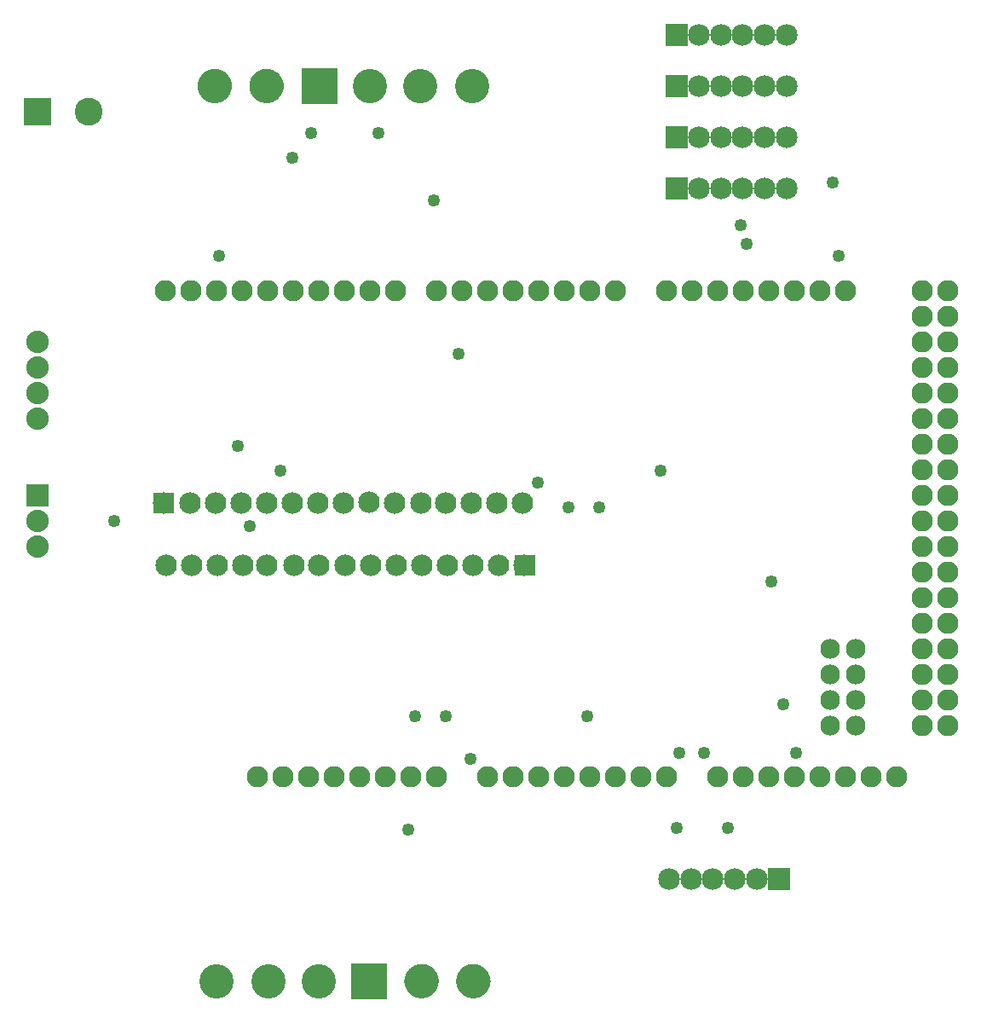
<source format=gts>
G04 MADE WITH FRITZING*
G04 WWW.FRITZING.ORG*
G04 DOUBLE SIDED*
G04 HOLES PLATED*
G04 CONTOUR ON CENTER OF CONTOUR VECTOR*
%ASAXBY*%
%FSLAX23Y23*%
%MOIN*%
%OFA0B0*%
%SFA1.0B1.0*%
%ADD10C,0.088000*%
%ADD11C,0.109055*%
%ADD12C,0.085000*%
%ADD13C,0.077278*%
%ADD14C,0.082917*%
%ADD15C,0.084000*%
%ADD16C,0.134111*%
%ADD17C,0.049370*%
%ADD18R,0.109055X0.109055*%
%ADD19R,0.088000X0.088000*%
%ADD20R,0.085000X0.085000*%
%ADD21R,0.082555X0.082555*%
%ADD22R,0.142161X0.142161*%
%ADD23R,0.001000X0.001000*%
%LNMASK1*%
G90*
G70*
G54D10*
X285Y2717D03*
X285Y2617D03*
X285Y2517D03*
X285Y2417D03*
G54D11*
X285Y3617D03*
X485Y3617D03*
G54D10*
X285Y2117D03*
X285Y2017D03*
X285Y1917D03*
G54D12*
X2785Y3317D03*
X2871Y3317D03*
X2958Y3317D03*
X3044Y3317D03*
X3130Y3317D03*
X3216Y3317D03*
X2785Y3517D03*
X2871Y3517D03*
X2958Y3517D03*
X3044Y3517D03*
X3130Y3517D03*
X3216Y3517D03*
X2785Y3917D03*
X2871Y3917D03*
X2958Y3917D03*
X3044Y3917D03*
X3130Y3917D03*
X3216Y3917D03*
X2785Y3717D03*
X2871Y3717D03*
X2958Y3717D03*
X3044Y3717D03*
X3130Y3717D03*
X3216Y3717D03*
G54D13*
X3385Y1217D03*
X3385Y1316D03*
X3385Y1416D03*
X3385Y1517D03*
X3485Y1217D03*
X3485Y1316D03*
X3485Y1416D03*
X3485Y1517D03*
G54D12*
X3185Y617D03*
X3099Y617D03*
X3013Y617D03*
X2927Y617D03*
X2841Y617D03*
X2755Y617D03*
G54D14*
X3045Y1017D03*
X1445Y1017D03*
X3145Y1017D03*
X3245Y1017D03*
X3345Y1017D03*
X3445Y1017D03*
X3745Y2417D03*
X3545Y1017D03*
X3645Y1017D03*
X1485Y2917D03*
X2045Y1017D03*
X2145Y1017D03*
X2245Y1017D03*
X2345Y1017D03*
X3745Y1617D03*
X2445Y1017D03*
X2545Y1017D03*
X2645Y1017D03*
X2745Y1017D03*
X2245Y2917D03*
X3745Y2817D03*
X3745Y2017D03*
X3745Y1217D03*
X1085Y2917D03*
X1845Y1017D03*
X1845Y2917D03*
X3745Y2617D03*
X3745Y2217D03*
X3745Y1817D03*
X3445Y2917D03*
X3745Y1417D03*
X3345Y2917D03*
X3245Y2917D03*
X3145Y2917D03*
X3045Y2917D03*
X2945Y2917D03*
X2845Y2917D03*
X2745Y2917D03*
X885Y2917D03*
X1285Y2917D03*
X1685Y2917D03*
X1245Y1017D03*
X1645Y1017D03*
X2445Y2917D03*
X2045Y2917D03*
X3745Y2917D03*
X3745Y2717D03*
X3745Y2517D03*
X3745Y2317D03*
X3745Y2117D03*
X3745Y1917D03*
X3745Y1717D03*
X3745Y1517D03*
X3745Y1317D03*
X785Y2917D03*
X985Y2917D03*
X1185Y2917D03*
X1385Y2917D03*
X1585Y2917D03*
X1145Y1017D03*
X1345Y1017D03*
X1545Y1017D03*
X1745Y1017D03*
X2545Y2917D03*
X2345Y2917D03*
X2145Y2917D03*
X1945Y2917D03*
X3845Y2917D03*
X3845Y2817D03*
X3845Y2717D03*
X3845Y2617D03*
X3845Y2517D03*
X3845Y2417D03*
X3845Y2317D03*
X3845Y2217D03*
X3845Y2117D03*
X3845Y2017D03*
X3845Y1917D03*
X3845Y1817D03*
X3845Y1717D03*
X3845Y1617D03*
X3845Y1517D03*
X3845Y1417D03*
X3845Y1317D03*
X3845Y1217D03*
X2945Y1017D03*
G54D15*
X2190Y1845D03*
X2089Y1845D03*
X1989Y1845D03*
X1889Y1845D03*
X1790Y1845D03*
X1689Y1845D03*
X1589Y1845D03*
X1489Y1845D03*
X1387Y1844D03*
X1290Y1845D03*
X1184Y1845D03*
X1088Y1845D03*
X989Y1845D03*
X890Y1845D03*
X789Y1845D03*
G54D16*
X985Y217D03*
X1188Y217D03*
X1386Y217D03*
G54D15*
X780Y2088D03*
X881Y2088D03*
X982Y2088D03*
X1081Y2088D03*
X1181Y2088D03*
X1282Y2088D03*
X1382Y2088D03*
X1482Y2088D03*
X1583Y2089D03*
X1681Y2088D03*
X1786Y2088D03*
X1882Y2088D03*
X1982Y2088D03*
X2081Y2088D03*
X2181Y2088D03*
G54D16*
X1985Y3717D03*
X1783Y3717D03*
X1585Y3717D03*
G54D17*
X2724Y2214D03*
X2892Y1110D03*
X3204Y1302D03*
X1236Y2214D03*
X1068Y2310D03*
X3420Y3054D03*
X3252Y1110D03*
X2244Y2166D03*
X1932Y2670D03*
X1764Y1254D03*
X996Y3054D03*
X1836Y3270D03*
X1620Y3534D03*
X1884Y1254D03*
X2436Y1254D03*
X2985Y817D03*
X2785Y817D03*
X3396Y3342D03*
X1284Y3438D03*
X3060Y3102D03*
X1116Y1998D03*
X3036Y3174D03*
X1356Y3534D03*
X1737Y809D03*
X3156Y1782D03*
X2484Y2070D03*
X2796Y1110D03*
X2364Y2070D03*
X1980Y1086D03*
X585Y2017D03*
G54D18*
X285Y3617D03*
G54D19*
X285Y2117D03*
G54D20*
X2785Y3317D03*
X2785Y3517D03*
X2785Y3917D03*
X2785Y3717D03*
X3185Y617D03*
G54D21*
X2191Y1845D03*
G54D22*
X1582Y217D03*
G54D21*
X780Y2088D03*
G54D22*
X1389Y3716D03*
G54D23*
X972Y3784D02*
X986Y3784D01*
X1174Y3784D02*
X1188Y3784D01*
X1380Y3784D02*
X1394Y3784D01*
X966Y3783D02*
X992Y3783D01*
X1168Y3783D02*
X1195Y3783D01*
X1374Y3783D02*
X1401Y3783D01*
X962Y3782D02*
X996Y3782D01*
X1164Y3782D02*
X1199Y3782D01*
X1370Y3782D02*
X1405Y3782D01*
X958Y3781D02*
X1000Y3781D01*
X1161Y3781D02*
X1202Y3781D01*
X1367Y3781D02*
X1408Y3781D01*
X955Y3780D02*
X1002Y3780D01*
X1158Y3780D02*
X1205Y3780D01*
X1364Y3780D02*
X1411Y3780D01*
X953Y3779D02*
X1005Y3779D01*
X1155Y3779D02*
X1207Y3779D01*
X1361Y3779D02*
X1413Y3779D01*
X951Y3778D02*
X1007Y3778D01*
X1153Y3778D02*
X1209Y3778D01*
X1359Y3778D02*
X1415Y3778D01*
X949Y3777D02*
X1009Y3777D01*
X1151Y3777D02*
X1212Y3777D01*
X1357Y3777D02*
X1417Y3777D01*
X947Y3776D02*
X1011Y3776D01*
X1149Y3776D02*
X1213Y3776D01*
X1355Y3776D02*
X1419Y3776D01*
X945Y3775D02*
X1012Y3775D01*
X1148Y3775D02*
X1215Y3775D01*
X1354Y3775D02*
X1421Y3775D01*
X943Y3774D02*
X1014Y3774D01*
X1146Y3774D02*
X1217Y3774D01*
X1352Y3774D02*
X1423Y3774D01*
X942Y3773D02*
X1016Y3773D01*
X1144Y3773D02*
X1218Y3773D01*
X1350Y3773D02*
X1424Y3773D01*
X940Y3772D02*
X1017Y3772D01*
X1143Y3772D02*
X1220Y3772D01*
X1349Y3772D02*
X1426Y3772D01*
X939Y3771D02*
X1018Y3771D01*
X1142Y3771D02*
X1221Y3771D01*
X1348Y3771D02*
X1427Y3771D01*
X938Y3770D02*
X1020Y3770D01*
X1140Y3770D02*
X1222Y3770D01*
X1346Y3770D02*
X1428Y3770D01*
X936Y3769D02*
X1021Y3769D01*
X1139Y3769D02*
X1224Y3769D01*
X1345Y3769D02*
X1430Y3769D01*
X935Y3768D02*
X1022Y3768D01*
X1138Y3768D02*
X1225Y3768D01*
X1344Y3768D02*
X1431Y3768D01*
X934Y3767D02*
X1023Y3767D01*
X1137Y3767D02*
X1226Y3767D01*
X1343Y3767D02*
X1432Y3767D01*
X933Y3766D02*
X1024Y3766D01*
X1136Y3766D02*
X1227Y3766D01*
X1342Y3766D02*
X1433Y3766D01*
X932Y3765D02*
X1026Y3765D01*
X1135Y3765D02*
X1228Y3765D01*
X1340Y3765D02*
X1434Y3765D01*
X931Y3764D02*
X1027Y3764D01*
X1134Y3764D02*
X1229Y3764D01*
X1340Y3764D02*
X1435Y3764D01*
X930Y3763D02*
X1027Y3763D01*
X1133Y3763D02*
X1230Y3763D01*
X1339Y3763D02*
X1436Y3763D01*
X929Y3762D02*
X1028Y3762D01*
X1132Y3762D02*
X1231Y3762D01*
X1338Y3762D02*
X1437Y3762D01*
X928Y3761D02*
X1029Y3761D01*
X1131Y3761D02*
X1232Y3761D01*
X1337Y3761D02*
X1438Y3761D01*
X928Y3760D02*
X1030Y3760D01*
X1130Y3760D02*
X1233Y3760D01*
X1336Y3760D02*
X1439Y3760D01*
X927Y3759D02*
X1031Y3759D01*
X1129Y3759D02*
X1233Y3759D01*
X1335Y3759D02*
X1439Y3759D01*
X926Y3758D02*
X1032Y3758D01*
X1129Y3758D02*
X1234Y3758D01*
X1335Y3758D02*
X1440Y3758D01*
X925Y3757D02*
X1032Y3757D01*
X1128Y3757D02*
X1235Y3757D01*
X1334Y3757D02*
X1441Y3757D01*
X925Y3756D02*
X1033Y3756D01*
X1127Y3756D02*
X1236Y3756D01*
X1333Y3756D02*
X1441Y3756D01*
X924Y3755D02*
X1034Y3755D01*
X1126Y3755D02*
X1236Y3755D01*
X1332Y3755D02*
X1442Y3755D01*
X923Y3754D02*
X1034Y3754D01*
X1126Y3754D02*
X1237Y3754D01*
X1332Y3754D02*
X1443Y3754D01*
X923Y3753D02*
X1035Y3753D01*
X1125Y3753D02*
X1237Y3753D01*
X1331Y3753D02*
X1443Y3753D01*
X922Y3752D02*
X1036Y3752D01*
X1124Y3752D02*
X1238Y3752D01*
X1330Y3752D02*
X1444Y3752D01*
X921Y3751D02*
X1036Y3751D01*
X1124Y3751D02*
X1239Y3751D01*
X1330Y3751D02*
X1445Y3751D01*
X921Y3750D02*
X1037Y3750D01*
X1123Y3750D02*
X1239Y3750D01*
X1329Y3750D02*
X1445Y3750D01*
X920Y3749D02*
X1037Y3749D01*
X1123Y3749D02*
X1240Y3749D01*
X1329Y3749D02*
X1446Y3749D01*
X920Y3748D02*
X1038Y3748D01*
X1122Y3748D02*
X1240Y3748D01*
X1328Y3748D02*
X1446Y3748D01*
X919Y3747D02*
X1038Y3747D01*
X1122Y3747D02*
X1241Y3747D01*
X1328Y3747D02*
X1447Y3747D01*
X919Y3746D02*
X1039Y3746D01*
X1121Y3746D02*
X1241Y3746D01*
X1327Y3746D02*
X1447Y3746D01*
X918Y3745D02*
X1039Y3745D01*
X1121Y3745D02*
X1242Y3745D01*
X1327Y3745D02*
X1448Y3745D01*
X918Y3744D02*
X1040Y3744D01*
X1120Y3744D02*
X1242Y3744D01*
X1326Y3744D02*
X1448Y3744D01*
X917Y3743D02*
X1040Y3743D01*
X1120Y3743D02*
X1243Y3743D01*
X1326Y3743D02*
X1449Y3743D01*
X917Y3742D02*
X1041Y3742D01*
X1119Y3742D02*
X1243Y3742D01*
X1325Y3742D02*
X1449Y3742D01*
X917Y3741D02*
X1041Y3741D01*
X1119Y3741D02*
X1244Y3741D01*
X1325Y3741D02*
X1449Y3741D01*
X916Y3740D02*
X1041Y3740D01*
X1119Y3740D02*
X1244Y3740D01*
X1325Y3740D02*
X1450Y3740D01*
X916Y3739D02*
X1042Y3739D01*
X1118Y3739D02*
X1244Y3739D01*
X1324Y3739D02*
X1450Y3739D01*
X916Y3738D02*
X1042Y3738D01*
X1118Y3738D02*
X1245Y3738D01*
X1324Y3738D02*
X1451Y3738D01*
X915Y3737D02*
X1042Y3737D01*
X1118Y3737D02*
X1245Y3737D01*
X1324Y3737D02*
X1451Y3737D01*
X915Y3736D02*
X1043Y3736D01*
X1117Y3736D02*
X1245Y3736D01*
X1323Y3736D02*
X1451Y3736D01*
X915Y3735D02*
X1043Y3735D01*
X1117Y3735D02*
X1245Y3735D01*
X1323Y3735D02*
X1451Y3735D01*
X914Y3734D02*
X1043Y3734D01*
X1117Y3734D02*
X1246Y3734D01*
X1323Y3734D02*
X1452Y3734D01*
X914Y3733D02*
X1043Y3733D01*
X1117Y3733D02*
X1246Y3733D01*
X1323Y3733D02*
X1452Y3733D01*
X914Y3732D02*
X1044Y3732D01*
X1116Y3732D02*
X1246Y3732D01*
X1322Y3732D02*
X1452Y3732D01*
X914Y3731D02*
X1044Y3731D01*
X1116Y3731D02*
X1246Y3731D01*
X1322Y3731D02*
X1452Y3731D01*
X914Y3730D02*
X1044Y3730D01*
X1116Y3730D02*
X1247Y3730D01*
X1322Y3730D02*
X1453Y3730D01*
X913Y3729D02*
X1044Y3729D01*
X1116Y3729D02*
X1247Y3729D01*
X1322Y3729D02*
X1453Y3729D01*
X913Y3728D02*
X1044Y3728D01*
X1116Y3728D02*
X1247Y3728D01*
X1322Y3728D02*
X1453Y3728D01*
X913Y3727D02*
X1045Y3727D01*
X1116Y3727D02*
X1247Y3727D01*
X1322Y3727D02*
X1453Y3727D01*
X913Y3726D02*
X1045Y3726D01*
X1115Y3726D02*
X1247Y3726D01*
X1321Y3726D02*
X1453Y3726D01*
X913Y3725D02*
X1045Y3725D01*
X1115Y3725D02*
X1247Y3725D01*
X1321Y3725D02*
X1453Y3725D01*
X913Y3724D02*
X1045Y3724D01*
X1115Y3724D02*
X1247Y3724D01*
X1321Y3724D02*
X1453Y3724D01*
X913Y3723D02*
X1045Y3723D01*
X1115Y3723D02*
X1248Y3723D01*
X1321Y3723D02*
X1454Y3723D01*
X913Y3722D02*
X1045Y3722D01*
X1115Y3722D02*
X1248Y3722D01*
X1321Y3722D02*
X1454Y3722D01*
X912Y3721D02*
X1045Y3721D01*
X1115Y3721D02*
X1248Y3721D01*
X1321Y3721D02*
X1454Y3721D01*
X912Y3720D02*
X1045Y3720D01*
X1115Y3720D02*
X1248Y3720D01*
X1321Y3720D02*
X1454Y3720D01*
X912Y3719D02*
X1045Y3719D01*
X1115Y3719D02*
X1248Y3719D01*
X1321Y3719D02*
X1454Y3719D01*
X912Y3718D02*
X1045Y3718D01*
X1115Y3718D02*
X1248Y3718D01*
X1321Y3718D02*
X1454Y3718D01*
X912Y3717D02*
X1045Y3717D01*
X1115Y3717D02*
X1248Y3717D01*
X1321Y3717D02*
X1454Y3717D01*
X912Y3716D02*
X1045Y3716D01*
X1115Y3716D02*
X1248Y3716D01*
X1321Y3716D02*
X1454Y3716D01*
X912Y3715D02*
X1045Y3715D01*
X1115Y3715D02*
X1248Y3715D01*
X1321Y3715D02*
X1454Y3715D01*
X912Y3714D02*
X1045Y3714D01*
X1115Y3714D02*
X1248Y3714D01*
X1321Y3714D02*
X1454Y3714D01*
X913Y3713D02*
X1045Y3713D01*
X1115Y3713D02*
X1248Y3713D01*
X1321Y3713D02*
X1454Y3713D01*
X913Y3712D02*
X1045Y3712D01*
X1115Y3712D02*
X1248Y3712D01*
X1321Y3712D02*
X1454Y3712D01*
X913Y3711D02*
X1045Y3711D01*
X1115Y3711D02*
X1247Y3711D01*
X1321Y3711D02*
X1453Y3711D01*
X913Y3710D02*
X1045Y3710D01*
X1115Y3710D02*
X1247Y3710D01*
X1321Y3710D02*
X1453Y3710D01*
X913Y3709D02*
X1045Y3709D01*
X1115Y3709D02*
X1247Y3709D01*
X1321Y3709D02*
X1453Y3709D01*
X913Y3708D02*
X1045Y3708D01*
X1116Y3708D02*
X1247Y3708D01*
X1322Y3708D02*
X1453Y3708D01*
X913Y3707D02*
X1044Y3707D01*
X1116Y3707D02*
X1247Y3707D01*
X1322Y3707D02*
X1453Y3707D01*
X913Y3706D02*
X1044Y3706D01*
X1116Y3706D02*
X1247Y3706D01*
X1322Y3706D02*
X1453Y3706D01*
X914Y3705D02*
X1044Y3705D01*
X1116Y3705D02*
X1247Y3705D01*
X1322Y3705D02*
X1453Y3705D01*
X914Y3704D02*
X1044Y3704D01*
X1116Y3704D02*
X1246Y3704D01*
X1322Y3704D02*
X1452Y3704D01*
X914Y3703D02*
X1044Y3703D01*
X1116Y3703D02*
X1246Y3703D01*
X1322Y3703D02*
X1452Y3703D01*
X914Y3702D02*
X1043Y3702D01*
X1117Y3702D02*
X1246Y3702D01*
X1323Y3702D02*
X1452Y3702D01*
X914Y3701D02*
X1043Y3701D01*
X1117Y3701D02*
X1246Y3701D01*
X1323Y3701D02*
X1452Y3701D01*
X915Y3700D02*
X1043Y3700D01*
X1117Y3700D02*
X1245Y3700D01*
X1323Y3700D02*
X1451Y3700D01*
X915Y3699D02*
X1043Y3699D01*
X1117Y3699D02*
X1245Y3699D01*
X1323Y3699D02*
X1451Y3699D01*
X915Y3698D02*
X1042Y3698D01*
X1118Y3698D02*
X1245Y3698D01*
X1324Y3698D02*
X1451Y3698D01*
X916Y3697D02*
X1042Y3697D01*
X1118Y3697D02*
X1245Y3697D01*
X1324Y3697D02*
X1451Y3697D01*
X916Y3696D02*
X1042Y3696D01*
X1118Y3696D02*
X1244Y3696D01*
X1324Y3696D02*
X1450Y3696D01*
X916Y3695D02*
X1041Y3695D01*
X1119Y3695D02*
X1244Y3695D01*
X1325Y3695D02*
X1450Y3695D01*
X917Y3694D02*
X1041Y3694D01*
X1119Y3694D02*
X1244Y3694D01*
X1325Y3694D02*
X1450Y3694D01*
X917Y3693D02*
X1041Y3693D01*
X1119Y3693D02*
X1243Y3693D01*
X1325Y3693D02*
X1449Y3693D01*
X917Y3692D02*
X1040Y3692D01*
X1120Y3692D02*
X1243Y3692D01*
X1326Y3692D02*
X1449Y3692D01*
X918Y3691D02*
X1040Y3691D01*
X1120Y3691D02*
X1242Y3691D01*
X1326Y3691D02*
X1448Y3691D01*
X918Y3690D02*
X1039Y3690D01*
X1121Y3690D02*
X1242Y3690D01*
X1327Y3690D02*
X1448Y3690D01*
X919Y3689D02*
X1039Y3689D01*
X1121Y3689D02*
X1241Y3689D01*
X1327Y3689D02*
X1447Y3689D01*
X919Y3688D02*
X1038Y3688D01*
X1122Y3688D02*
X1241Y3688D01*
X1328Y3688D02*
X1447Y3688D01*
X920Y3687D02*
X1038Y3687D01*
X1122Y3687D02*
X1240Y3687D01*
X1328Y3687D02*
X1446Y3687D01*
X920Y3686D02*
X1037Y3686D01*
X1123Y3686D02*
X1240Y3686D01*
X1329Y3686D02*
X1446Y3686D01*
X921Y3685D02*
X1037Y3685D01*
X1123Y3685D02*
X1239Y3685D01*
X1329Y3685D02*
X1445Y3685D01*
X921Y3684D02*
X1036Y3684D01*
X1124Y3684D02*
X1239Y3684D01*
X1330Y3684D02*
X1445Y3684D01*
X922Y3683D02*
X1036Y3683D01*
X1124Y3683D02*
X1238Y3683D01*
X1330Y3683D02*
X1444Y3683D01*
X923Y3682D02*
X1035Y3682D01*
X1125Y3682D02*
X1238Y3682D01*
X1331Y3682D02*
X1444Y3682D01*
X923Y3681D02*
X1034Y3681D01*
X1126Y3681D02*
X1237Y3681D01*
X1332Y3681D02*
X1443Y3681D01*
X924Y3680D02*
X1034Y3680D01*
X1126Y3680D02*
X1236Y3680D01*
X1332Y3680D02*
X1442Y3680D01*
X925Y3679D02*
X1033Y3679D01*
X1127Y3679D02*
X1236Y3679D01*
X1333Y3679D02*
X1442Y3679D01*
X925Y3678D02*
X1032Y3678D01*
X1128Y3678D02*
X1235Y3678D01*
X1334Y3678D02*
X1441Y3678D01*
X926Y3677D02*
X1032Y3677D01*
X1129Y3677D02*
X1234Y3677D01*
X1334Y3677D02*
X1440Y3677D01*
X927Y3676D02*
X1031Y3676D01*
X1129Y3676D02*
X1233Y3676D01*
X1335Y3676D02*
X1439Y3676D01*
X927Y3675D02*
X1030Y3675D01*
X1130Y3675D02*
X1233Y3675D01*
X1336Y3675D02*
X1439Y3675D01*
X928Y3674D02*
X1029Y3674D01*
X1131Y3674D02*
X1232Y3674D01*
X1337Y3674D02*
X1438Y3674D01*
X929Y3673D02*
X1028Y3673D01*
X1132Y3673D02*
X1231Y3673D01*
X1338Y3673D02*
X1437Y3673D01*
X930Y3672D02*
X1027Y3672D01*
X1133Y3672D02*
X1230Y3672D01*
X1339Y3672D02*
X1436Y3672D01*
X931Y3671D02*
X1027Y3671D01*
X1134Y3671D02*
X1229Y3671D01*
X1340Y3671D02*
X1435Y3671D01*
X932Y3670D02*
X1026Y3670D01*
X1134Y3670D02*
X1228Y3670D01*
X1340Y3670D02*
X1434Y3670D01*
X933Y3669D02*
X1025Y3669D01*
X1136Y3669D02*
X1227Y3669D01*
X1342Y3669D02*
X1433Y3669D01*
X934Y3668D02*
X1023Y3668D01*
X1137Y3668D02*
X1226Y3668D01*
X1343Y3668D02*
X1432Y3668D01*
X935Y3667D02*
X1022Y3667D01*
X1138Y3667D02*
X1225Y3667D01*
X1344Y3667D02*
X1431Y3667D01*
X936Y3666D02*
X1021Y3666D01*
X1139Y3666D02*
X1224Y3666D01*
X1345Y3666D02*
X1430Y3666D01*
X938Y3665D02*
X1020Y3665D01*
X1140Y3665D02*
X1222Y3665D01*
X1346Y3665D02*
X1428Y3665D01*
X939Y3664D02*
X1019Y3664D01*
X1142Y3664D02*
X1221Y3664D01*
X1348Y3664D02*
X1427Y3664D01*
X940Y3663D02*
X1017Y3663D01*
X1143Y3663D02*
X1220Y3663D01*
X1349Y3663D02*
X1426Y3663D01*
X942Y3662D02*
X1016Y3662D01*
X1144Y3662D02*
X1218Y3662D01*
X1350Y3662D02*
X1424Y3662D01*
X943Y3661D02*
X1014Y3661D01*
X1146Y3661D02*
X1217Y3661D01*
X1352Y3661D02*
X1423Y3661D01*
X945Y3660D02*
X1013Y3660D01*
X1148Y3660D02*
X1215Y3660D01*
X1353Y3660D02*
X1421Y3660D01*
X947Y3659D02*
X1011Y3659D01*
X1149Y3659D02*
X1213Y3659D01*
X1355Y3659D02*
X1419Y3659D01*
X948Y3658D02*
X1009Y3658D01*
X1151Y3658D02*
X1212Y3658D01*
X1357Y3658D02*
X1418Y3658D01*
X951Y3657D02*
X1007Y3657D01*
X1153Y3657D02*
X1210Y3657D01*
X1359Y3657D02*
X1416Y3657D01*
X953Y3656D02*
X1005Y3656D01*
X1155Y3656D02*
X1208Y3656D01*
X1361Y3656D02*
X1413Y3656D01*
X955Y3655D02*
X1002Y3655D01*
X1158Y3655D02*
X1205Y3655D01*
X1364Y3655D02*
X1411Y3655D01*
X958Y3654D02*
X1000Y3654D01*
X1160Y3654D02*
X1202Y3654D01*
X1366Y3654D02*
X1408Y3654D01*
X961Y3653D02*
X996Y3653D01*
X1164Y3653D02*
X1199Y3653D01*
X1370Y3653D02*
X1405Y3653D01*
X965Y3652D02*
X992Y3652D01*
X1168Y3652D02*
X1195Y3652D01*
X1374Y3652D02*
X1401Y3652D01*
X971Y3651D02*
X986Y3651D01*
X1174Y3651D02*
X1189Y3651D01*
X1380Y3651D02*
X1395Y3651D01*
X1582Y285D02*
X1582Y285D01*
X1788Y285D02*
X1788Y285D01*
X1990Y285D02*
X1990Y285D01*
X1571Y284D02*
X1592Y284D01*
X1777Y284D02*
X1798Y284D01*
X1980Y284D02*
X2001Y284D01*
X1566Y283D02*
X1597Y283D01*
X1772Y283D02*
X1803Y283D01*
X1975Y283D02*
X2005Y283D01*
X1562Y282D02*
X1601Y282D01*
X1768Y282D02*
X1807Y282D01*
X1971Y282D02*
X2009Y282D01*
X1560Y281D02*
X1604Y281D01*
X1766Y281D02*
X1810Y281D01*
X1968Y281D02*
X2012Y281D01*
X1557Y280D02*
X1607Y280D01*
X1763Y280D02*
X1813Y280D01*
X1965Y280D02*
X2015Y280D01*
X1555Y279D02*
X1609Y279D01*
X1760Y279D02*
X1815Y279D01*
X1963Y279D02*
X2017Y279D01*
X1552Y278D02*
X1611Y278D01*
X1758Y278D02*
X1817Y278D01*
X1961Y278D02*
X2019Y278D01*
X1550Y277D02*
X1613Y277D01*
X1756Y277D02*
X1819Y277D01*
X1959Y277D02*
X2021Y277D01*
X1549Y276D02*
X1615Y276D01*
X1755Y276D02*
X1821Y276D01*
X1957Y276D02*
X2023Y276D01*
X1547Y275D02*
X1616Y275D01*
X1753Y275D02*
X1822Y275D01*
X1956Y275D02*
X2025Y275D01*
X1546Y274D02*
X1618Y274D01*
X1752Y274D02*
X1824Y274D01*
X1954Y274D02*
X2026Y274D01*
X1544Y273D02*
X1619Y273D01*
X1750Y273D02*
X1825Y273D01*
X1953Y273D02*
X2028Y273D01*
X1543Y272D02*
X1621Y272D01*
X1749Y272D02*
X1827Y272D01*
X1951Y272D02*
X2029Y272D01*
X1541Y271D02*
X1622Y271D01*
X1747Y271D02*
X1828Y271D01*
X1950Y271D02*
X2030Y271D01*
X1540Y270D02*
X1623Y270D01*
X1746Y270D02*
X1829Y270D01*
X1948Y270D02*
X2032Y270D01*
X1539Y269D02*
X1625Y269D01*
X1745Y269D02*
X1831Y269D01*
X1947Y269D02*
X2033Y269D01*
X1538Y268D02*
X1626Y268D01*
X1744Y268D02*
X1832Y268D01*
X1946Y268D02*
X2034Y268D01*
X1537Y267D02*
X1627Y267D01*
X1743Y267D02*
X1833Y267D01*
X1945Y267D02*
X2035Y267D01*
X1535Y266D02*
X1628Y266D01*
X1741Y266D02*
X1834Y266D01*
X1944Y266D02*
X2036Y266D01*
X1534Y265D02*
X1629Y265D01*
X1740Y265D02*
X1835Y265D01*
X1943Y265D02*
X2037Y265D01*
X1534Y264D02*
X1630Y264D01*
X1739Y264D02*
X1836Y264D01*
X1942Y264D02*
X2038Y264D01*
X1533Y263D02*
X1631Y263D01*
X1739Y263D02*
X1837Y263D01*
X1941Y263D02*
X2039Y263D01*
X1532Y262D02*
X1632Y262D01*
X1738Y262D02*
X1838Y262D01*
X1940Y262D02*
X2040Y262D01*
X1531Y261D02*
X1633Y261D01*
X1737Y261D02*
X1839Y261D01*
X1939Y261D02*
X2041Y261D01*
X1530Y260D02*
X1633Y260D01*
X1736Y260D02*
X1839Y260D01*
X1939Y260D02*
X2042Y260D01*
X1529Y259D02*
X1634Y259D01*
X1735Y259D02*
X1840Y259D01*
X1938Y259D02*
X2043Y259D01*
X1529Y258D02*
X1635Y258D01*
X1735Y258D02*
X1841Y258D01*
X1937Y258D02*
X2043Y258D01*
X1528Y257D02*
X1636Y257D01*
X1734Y257D02*
X1842Y257D01*
X1936Y257D02*
X2044Y257D01*
X1527Y256D02*
X1636Y256D01*
X1733Y256D02*
X1842Y256D01*
X1936Y256D02*
X2045Y256D01*
X1526Y255D02*
X1637Y255D01*
X1732Y255D02*
X1843Y255D01*
X1935Y255D02*
X2045Y255D01*
X1526Y254D02*
X1638Y254D01*
X1732Y254D02*
X1844Y254D01*
X1934Y254D02*
X2046Y254D01*
X1525Y253D02*
X1638Y253D01*
X1731Y253D02*
X1844Y253D01*
X1934Y253D02*
X2047Y253D01*
X1525Y252D02*
X1639Y252D01*
X1731Y252D02*
X1845Y252D01*
X1933Y252D02*
X2047Y252D01*
X1524Y251D02*
X1639Y251D01*
X1730Y251D02*
X1845Y251D01*
X1932Y251D02*
X2048Y251D01*
X1523Y250D02*
X1640Y250D01*
X1729Y250D02*
X1846Y250D01*
X1932Y250D02*
X2049Y250D01*
X1523Y249D02*
X1641Y249D01*
X1729Y249D02*
X1847Y249D01*
X1931Y249D02*
X2049Y249D01*
X1522Y248D02*
X1641Y248D01*
X1728Y248D02*
X1847Y248D01*
X1931Y248D02*
X2050Y248D01*
X1522Y247D02*
X1642Y247D01*
X1728Y247D02*
X1848Y247D01*
X1930Y247D02*
X2050Y247D01*
X1521Y246D02*
X1642Y246D01*
X1727Y246D02*
X1848Y246D01*
X1930Y246D02*
X2050Y246D01*
X1521Y245D02*
X1643Y245D01*
X1727Y245D02*
X1848Y245D01*
X1929Y245D02*
X2051Y245D01*
X1520Y244D02*
X1643Y244D01*
X1726Y244D02*
X1849Y244D01*
X1929Y244D02*
X2051Y244D01*
X1520Y243D02*
X1643Y243D01*
X1726Y243D02*
X1849Y243D01*
X1928Y243D02*
X2052Y243D01*
X1520Y242D02*
X1644Y242D01*
X1726Y242D02*
X1850Y242D01*
X1928Y242D02*
X2052Y242D01*
X1519Y241D02*
X1644Y241D01*
X1725Y241D02*
X1850Y241D01*
X1928Y241D02*
X2053Y241D01*
X1519Y240D02*
X1644Y240D01*
X1725Y240D02*
X1850Y240D01*
X1927Y240D02*
X2053Y240D01*
X1519Y239D02*
X1645Y239D01*
X1725Y239D02*
X1851Y239D01*
X1927Y239D02*
X2053Y239D01*
X1518Y238D02*
X1645Y238D01*
X1724Y238D02*
X1851Y238D01*
X1927Y238D02*
X2054Y238D01*
X1518Y237D02*
X1645Y237D01*
X1724Y237D02*
X1851Y237D01*
X1926Y237D02*
X2054Y237D01*
X1518Y236D02*
X1646Y236D01*
X1724Y236D02*
X1852Y236D01*
X1926Y236D02*
X2054Y236D01*
X1517Y235D02*
X1646Y235D01*
X1723Y235D02*
X1852Y235D01*
X1926Y235D02*
X2054Y235D01*
X1517Y234D02*
X1646Y234D01*
X1723Y234D02*
X1852Y234D01*
X1926Y234D02*
X2055Y234D01*
X1517Y233D02*
X1646Y233D01*
X1723Y233D02*
X1852Y233D01*
X1925Y233D02*
X2055Y233D01*
X1517Y232D02*
X1647Y232D01*
X1723Y232D02*
X1853Y232D01*
X1925Y232D02*
X2055Y232D01*
X1517Y231D02*
X1647Y231D01*
X1722Y231D02*
X1853Y231D01*
X1925Y231D02*
X2055Y231D01*
X1516Y230D02*
X1647Y230D01*
X1722Y230D02*
X1853Y230D01*
X1925Y230D02*
X2055Y230D01*
X1516Y229D02*
X1647Y229D01*
X1722Y229D02*
X1853Y229D01*
X1925Y229D02*
X2056Y229D01*
X1516Y228D02*
X1647Y228D01*
X1722Y228D02*
X1853Y228D01*
X1925Y228D02*
X2056Y228D01*
X1516Y227D02*
X1647Y227D01*
X1722Y227D02*
X1853Y227D01*
X1924Y227D02*
X2056Y227D01*
X1516Y226D02*
X1648Y226D01*
X1722Y226D02*
X1854Y226D01*
X1924Y226D02*
X2056Y226D01*
X1516Y225D02*
X1648Y225D01*
X1722Y225D02*
X1854Y225D01*
X1924Y225D02*
X2056Y225D01*
X1515Y224D02*
X1648Y224D01*
X1721Y224D02*
X1854Y224D01*
X1924Y224D02*
X2056Y224D01*
X1515Y223D02*
X1648Y223D01*
X1721Y223D02*
X1854Y223D01*
X1924Y223D02*
X2056Y223D01*
X1515Y222D02*
X1648Y222D01*
X1721Y222D02*
X1854Y222D01*
X1924Y222D02*
X2056Y222D01*
X1515Y221D02*
X1648Y221D01*
X1721Y221D02*
X1854Y221D01*
X1924Y221D02*
X2057Y221D01*
X1515Y220D02*
X1648Y220D01*
X1721Y220D02*
X1854Y220D01*
X1924Y220D02*
X2057Y220D01*
X1515Y219D02*
X1648Y219D01*
X1721Y219D02*
X1854Y219D01*
X1924Y219D02*
X2057Y219D01*
X1515Y218D02*
X1648Y218D01*
X1721Y218D02*
X1854Y218D01*
X1924Y218D02*
X2057Y218D01*
X1515Y217D02*
X1648Y217D01*
X1721Y217D02*
X1854Y217D01*
X1924Y217D02*
X2057Y217D01*
X1515Y216D02*
X1648Y216D01*
X1721Y216D02*
X1854Y216D01*
X1924Y216D02*
X2057Y216D01*
X1515Y215D02*
X1648Y215D01*
X1721Y215D02*
X1854Y215D01*
X1924Y215D02*
X2057Y215D01*
X1515Y214D02*
X1648Y214D01*
X1721Y214D02*
X1854Y214D01*
X1924Y214D02*
X2056Y214D01*
X1515Y213D02*
X1648Y213D01*
X1721Y213D02*
X1854Y213D01*
X1924Y213D02*
X2056Y213D01*
X1515Y212D02*
X1648Y212D01*
X1721Y212D02*
X1854Y212D01*
X1924Y212D02*
X2056Y212D01*
X1516Y211D02*
X1648Y211D01*
X1722Y211D02*
X1854Y211D01*
X1924Y211D02*
X2056Y211D01*
X1516Y210D02*
X1648Y210D01*
X1722Y210D02*
X1854Y210D01*
X1924Y210D02*
X2056Y210D01*
X1516Y209D02*
X1647Y209D01*
X1722Y209D02*
X1853Y209D01*
X1924Y209D02*
X2056Y209D01*
X1516Y208D02*
X1647Y208D01*
X1722Y208D02*
X1853Y208D01*
X1925Y208D02*
X2056Y208D01*
X1516Y207D02*
X1647Y207D01*
X1722Y207D02*
X1853Y207D01*
X1925Y207D02*
X2056Y207D01*
X1516Y206D02*
X1647Y206D01*
X1722Y206D02*
X1853Y206D01*
X1925Y206D02*
X2055Y206D01*
X1517Y205D02*
X1647Y205D01*
X1722Y205D02*
X1853Y205D01*
X1925Y205D02*
X2055Y205D01*
X1517Y204D02*
X1647Y204D01*
X1723Y204D02*
X1853Y204D01*
X1925Y204D02*
X2055Y204D01*
X1517Y203D02*
X1646Y203D01*
X1723Y203D02*
X1852Y203D01*
X1925Y203D02*
X2055Y203D01*
X1517Y202D02*
X1646Y202D01*
X1723Y202D02*
X1852Y202D01*
X1926Y202D02*
X2055Y202D01*
X1517Y201D02*
X1646Y201D01*
X1723Y201D02*
X1852Y201D01*
X1926Y201D02*
X2054Y201D01*
X1518Y200D02*
X1646Y200D01*
X1724Y200D02*
X1852Y200D01*
X1926Y200D02*
X2054Y200D01*
X1518Y199D02*
X1645Y199D01*
X1724Y199D02*
X1851Y199D01*
X1926Y199D02*
X2054Y199D01*
X1518Y198D02*
X1645Y198D01*
X1724Y198D02*
X1851Y198D01*
X1927Y198D02*
X2054Y198D01*
X1519Y197D02*
X1645Y197D01*
X1725Y197D02*
X1851Y197D01*
X1927Y197D02*
X2053Y197D01*
X1519Y196D02*
X1644Y196D01*
X1725Y196D02*
X1850Y196D01*
X1927Y196D02*
X2053Y196D01*
X1519Y195D02*
X1644Y195D01*
X1725Y195D02*
X1850Y195D01*
X1928Y195D02*
X2053Y195D01*
X1520Y194D02*
X1644Y194D01*
X1726Y194D02*
X1850Y194D01*
X1928Y194D02*
X2052Y194D01*
X1520Y193D02*
X1643Y193D01*
X1726Y193D02*
X1849Y193D01*
X1928Y193D02*
X2052Y193D01*
X1520Y192D02*
X1643Y192D01*
X1726Y192D02*
X1849Y192D01*
X1929Y192D02*
X2051Y192D01*
X1521Y191D02*
X1643Y191D01*
X1727Y191D02*
X1849Y191D01*
X1929Y191D02*
X2051Y191D01*
X1521Y190D02*
X1642Y190D01*
X1727Y190D02*
X1848Y190D01*
X1930Y190D02*
X2051Y190D01*
X1522Y189D02*
X1642Y189D01*
X1728Y189D02*
X1848Y189D01*
X1930Y189D02*
X2050Y189D01*
X1522Y188D02*
X1641Y188D01*
X1728Y188D02*
X1847Y188D01*
X1931Y188D02*
X2050Y188D01*
X1523Y187D02*
X1641Y187D01*
X1729Y187D02*
X1847Y187D01*
X1931Y187D02*
X2049Y187D01*
X1523Y186D02*
X1640Y186D01*
X1729Y186D02*
X1846Y186D01*
X1932Y186D02*
X2049Y186D01*
X1524Y185D02*
X1639Y185D01*
X1730Y185D02*
X1845Y185D01*
X1932Y185D02*
X2048Y185D01*
X1525Y184D02*
X1639Y184D01*
X1731Y184D02*
X1845Y184D01*
X1933Y184D02*
X2047Y184D01*
X1525Y183D02*
X1638Y183D01*
X1731Y183D02*
X1844Y183D01*
X1934Y183D02*
X2047Y183D01*
X1526Y182D02*
X1638Y182D01*
X1732Y182D02*
X1844Y182D01*
X1934Y182D02*
X2046Y182D01*
X1526Y181D02*
X1637Y181D01*
X1732Y181D02*
X1843Y181D01*
X1935Y181D02*
X2045Y181D01*
X1527Y180D02*
X1636Y180D01*
X1733Y180D02*
X1842Y180D01*
X1936Y180D02*
X2045Y180D01*
X1528Y179D02*
X1636Y179D01*
X1734Y179D02*
X1842Y179D01*
X1936Y179D02*
X2044Y179D01*
X1529Y178D02*
X1635Y178D01*
X1735Y178D02*
X1841Y178D01*
X1937Y178D02*
X2043Y178D01*
X1529Y177D02*
X1634Y177D01*
X1735Y177D02*
X1840Y177D01*
X1938Y177D02*
X2043Y177D01*
X1530Y176D02*
X1633Y176D01*
X1736Y176D02*
X1839Y176D01*
X1938Y176D02*
X2042Y176D01*
X1531Y175D02*
X1633Y175D01*
X1737Y175D02*
X1839Y175D01*
X1939Y175D02*
X2041Y175D01*
X1532Y174D02*
X1632Y174D01*
X1738Y174D02*
X1838Y174D01*
X1940Y174D02*
X2040Y174D01*
X1533Y173D02*
X1631Y173D01*
X1739Y173D02*
X1837Y173D01*
X1941Y173D02*
X2039Y173D01*
X1533Y172D02*
X1630Y172D01*
X1739Y172D02*
X1836Y172D01*
X1942Y172D02*
X2038Y172D01*
X1534Y171D02*
X1629Y171D01*
X1740Y171D02*
X1835Y171D01*
X1943Y171D02*
X2037Y171D01*
X1535Y170D02*
X1628Y170D01*
X1741Y170D02*
X1834Y170D01*
X1944Y170D02*
X2036Y170D01*
X1537Y169D02*
X1627Y169D01*
X1742Y169D02*
X1833Y169D01*
X1945Y169D02*
X2035Y169D01*
X1538Y168D02*
X1626Y168D01*
X1744Y168D02*
X1832Y168D01*
X1946Y168D02*
X2034Y168D01*
X1539Y167D02*
X1625Y167D01*
X1745Y167D02*
X1831Y167D01*
X1947Y167D02*
X2033Y167D01*
X1540Y166D02*
X1623Y166D01*
X1746Y166D02*
X1829Y166D01*
X1948Y166D02*
X2032Y166D01*
X1541Y165D02*
X1622Y165D01*
X1747Y165D02*
X1828Y165D01*
X1950Y165D02*
X2031Y165D01*
X1543Y164D02*
X1621Y164D01*
X1749Y164D02*
X1827Y164D01*
X1951Y164D02*
X2029Y164D01*
X1544Y163D02*
X1619Y163D01*
X1750Y163D02*
X1825Y163D01*
X1952Y163D02*
X2028Y163D01*
X1545Y162D02*
X1618Y162D01*
X1751Y162D02*
X1824Y162D01*
X1954Y162D02*
X2026Y162D01*
X1547Y161D02*
X1616Y161D01*
X1753Y161D02*
X1822Y161D01*
X1956Y161D02*
X2025Y161D01*
X1549Y160D02*
X1615Y160D01*
X1755Y160D02*
X1821Y160D01*
X1957Y160D02*
X2023Y160D01*
X1550Y159D02*
X1613Y159D01*
X1756Y159D02*
X1819Y159D01*
X1959Y159D02*
X2021Y159D01*
X1552Y158D02*
X1611Y158D01*
X1758Y158D02*
X1817Y158D01*
X1961Y158D02*
X2019Y158D01*
X1554Y157D02*
X1609Y157D01*
X1760Y157D02*
X1815Y157D01*
X1963Y157D02*
X2017Y157D01*
X1557Y156D02*
X1607Y156D01*
X1763Y156D02*
X1813Y156D01*
X1965Y156D02*
X2015Y156D01*
X1559Y155D02*
X1604Y155D01*
X1765Y155D02*
X1810Y155D01*
X1968Y155D02*
X2012Y155D01*
X1562Y154D02*
X1601Y154D01*
X1768Y154D02*
X1807Y154D01*
X1971Y154D02*
X2010Y154D01*
X1566Y153D02*
X1597Y153D01*
X1772Y153D02*
X1803Y153D01*
X1975Y153D02*
X2006Y153D01*
X1571Y152D02*
X1592Y152D01*
X1777Y152D02*
X1798Y152D01*
X1980Y152D02*
X2001Y152D01*
X1581Y151D02*
X1583Y151D01*
X1787Y151D02*
X1789Y151D01*
X1989Y151D02*
X1991Y151D01*
D02*
G04 End of Mask1*
M02*
</source>
